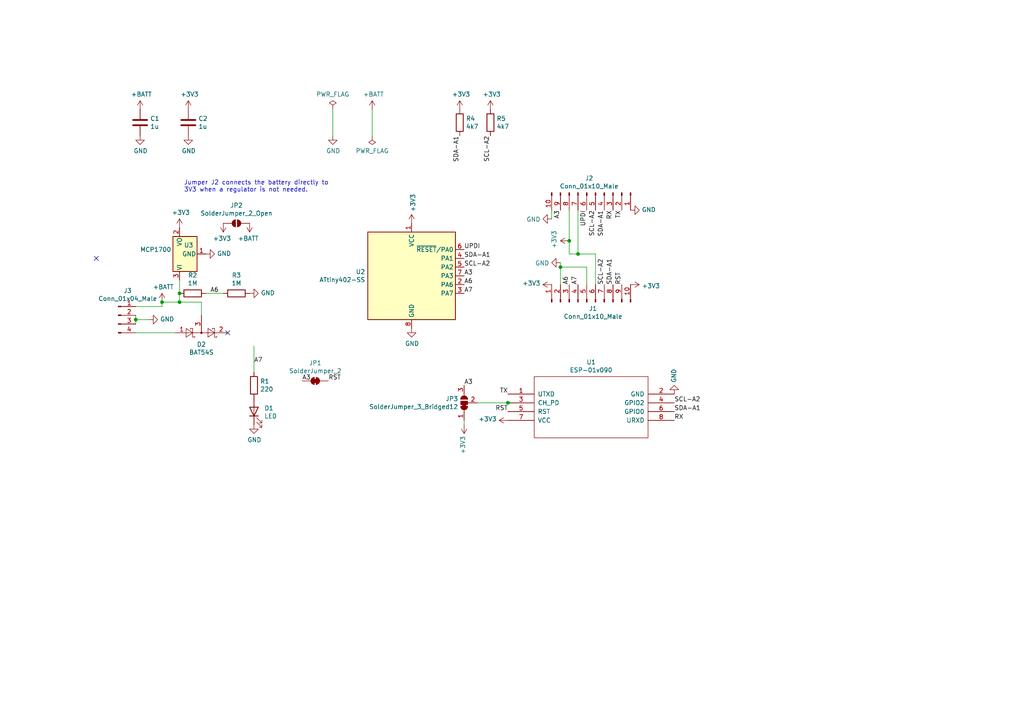
<source format=kicad_sch>
(kicad_sch (version 20250114) (generator "eeschema") (generator_version "9.0")
  (paper "A4")
  (title_block (title "ESP-01 ATtinyx02 board") (date "2021-07-13") (rev "1.0") (company "http://www.v7f.eu"))
  (lib_symbols
    (symbol "Device:C" (pin_numbers (hide yes)) (pin_names (offset 0.254))
      (property "Reference" "C" (at 0.635 2.54 0))
      (property "Value" "C" (at 0.635 -2.54 0))
      (symbol "C_0_1"
        (polyline (pts (xy -2.032 0.762) (xy 2.032 0.762)) (stroke (width 0.508)))
        (polyline (pts (xy -2.032 -0.762) (xy 2.032 -0.762)) (stroke (width 0.508)))
      )
      (symbol "C_1_1"
        (pin passive line (at 0 3.81 270) (length 2.794) (name "~") (number "1"))
        (pin passive line (at 0 -3.81 90) (length 2.794) (name "~") (number "2"))
      )
    )
    (symbol "Device:LED" (pin_numbers (hide yes)) (pin_names (offset 1.016) (hide yes))
      (property "Reference" "D" (at 0 2.54 0))
      (property "Value" "LED" (at 0 -2.54 0))
      (symbol "LED_0_1"
        (polyline (pts (xy -3.048 -0.762) (xy -4.572 -2.286) (xy -3.81 -2.286) (xy -4.572 -2.286) (xy -4.572 -1.524)))
        (polyline (pts (xy -1.778 -0.762) (xy -3.302 -2.286) (xy -2.54 -2.286) (xy -3.302 -2.286) (xy -3.302 -1.524)))
        (polyline (pts (xy -1.27 0) (xy 1.27 0)))
        (polyline (pts (xy -1.27 -1.27) (xy -1.27 1.27)) (stroke (width 0.254)))
        (polyline (pts (xy 1.27 -1.27) (xy 1.27 1.27) (xy -1.27 0) (xy 1.27 -1.27)) (stroke (width 0.254)))
      )
      (symbol "LED_1_1"
        (pin passive line (at -3.81 0 0) (length 2.54) (name "K") (number "1"))
        (pin passive line (at 3.81 0 180) (length 2.54) (name "A") (number "2"))
      )
    )
    (symbol "Device:R" (pin_numbers (hide yes)) (pin_names (offset 0))
      (property "Reference" "R" (at 2.032 0 90))
      (property "Value" "R" (at 0 0 90))
      (symbol "R_0_1"
        (rectangle (start -1.016 -2.54) (end 1.016 2.54) (stroke (width 0.254)))
      )
      (symbol "R_1_1"
        (pin passive line (at 0 3.81 270) (length 1.27) (name "~") (number "1"))
        (pin passive line (at 0 -3.81 90) (length 1.27) (name "~") (number "2"))
      )
    )
    (symbol "ESP8266:ESP-01v090" (pin_names (offset 1.016))
      (property "Reference" "U" (at 0 -2.54 0))
      (property "Value" "ESP-01v090" (at 0 2.54 0))
      (symbol "ESP-01v090_1_0"
        (rectangle (start -16.51 -8.89) (end 16.51 8.89))
      )
      (symbol "ESP-01v090_1_1"
        (pin output line (at -24.13 3.81 0) (length 7.62) (name "UTXD") (number "1"))
        (pin input line (at -24.13 1.27 0) (length 7.62) (name "CH_PD") (number "3"))
        (pin input line (at -24.13 -1.27 0) (length 7.62) (name "RST") (number "5"))
        (pin power_in line (at -24.13 -3.81 0) (length 7.62) (name "VCC") (number "7"))
        (pin power_in line (at 24.13 3.81 180) (length 7.62) (name "GND") (number "2"))
        (pin tri_state line (at 24.13 1.27 180) (length 7.62) (name "GPIO2") (number "4"))
        (pin tri_state line (at 24.13 -1.27 180) (length 7.62) (name "GPIO0") (number "6"))
        (pin input line (at 24.13 -3.81 180) (length 7.62) (name "URXD") (number "8"))
      )
    )
    (symbol "ESPTiny402-rescue:+3V3-power" (power) (pin_names (offset 0))
      (property "Value" "power_+3V3" (at 0 3.556 0))
      (symbol "+3V3-power_0_1"
        (polyline (pts (xy -0.762 1.27) (xy 0 2.54)))
        (polyline (pts (xy 0 2.54) (xy 0.762 1.27)))
        (polyline (pts (xy 0 0) (xy 0 2.54)))
      )
      (symbol "+3V3-power_1_1"
        (pin power_in line (at 0 0 90) (length 0) (hide yes) (name "+3V3") (number "1"))
      )
    )
    (symbol "ESPTiny402-rescue:+BATT-power" (power) (pin_names (offset 0))
      (property "Value" "power_+BATT" (at 0 3.556 0))
      (symbol "+BATT-power_0_1"
        (polyline (pts (xy -0.762 1.27) (xy 0 2.54)))
        (polyline (pts (xy 0 2.54) (xy 0.762 1.27)))
        (polyline (pts (xy 0 0) (xy 0 2.54)))
      )
      (symbol "+BATT-power_1_1"
        (pin power_in line (at 0 0 90) (length 0) (hide yes) (name "+BATT") (number "1"))
      )
    )
    (symbol "ESPTiny402-rescue:BAT54S-Diode" (pin_names (offset 1.016))
      (property "Reference" "D" (at 0.635 -3.81 0))
      (property "Value" "Diode_BAT54S" (at -6.35 3.175 0))
      (symbol "BAT54S-Diode_0_1"
        (polyline (pts (xy -4.445 1.27) (xy -4.445 -1.27) (xy -2.54 0) (xy -4.445 1.27)))
        (polyline (pts (xy -3.81 0) (xy -1.27 0)))
        (polyline (pts (xy -3.175 -1.27) (xy -3.175 -1.016)))
        (polyline (pts (xy -2.54 1.27) (xy -1.905 1.27)))
        (polyline (pts (xy -2.54 -1.27) (xy -3.175 -1.27)))
        (polyline (pts (xy -2.54 -1.27) (xy -2.54 1.27)))
        (polyline (pts (xy -1.905 1.27) (xy -1.905 1.016)))
        (polyline (pts (xy -1.905 0) (xy 1.905 0)))
        (circle (center 0 0) (radius 0.254) (fill (type outline)))
        (polyline (pts (xy 1.27 0) (xy 3.81 0)))
        (polyline (pts (xy 1.905 1.27) (xy 1.905 -1.27) (xy 3.81 0) (xy 1.905 1.27)))
        (polyline (pts (xy 3.175 -1.27) (xy 3.175 -1.016)))
        (polyline (pts (xy 3.81 1.27) (xy 4.445 1.27)))
        (polyline (pts (xy 3.81 -1.27) (xy 3.175 -1.27)))
        (polyline (pts (xy 3.81 -1.27) (xy 3.81 1.27)))
        (polyline (pts (xy 4.445 1.27) (xy 4.445 1.016)))
      )
      (symbol "BAT54S-Diode_1_1"
        (pin passive line (at -7.62 0 0) (length 3.81) (name "~") (number "1"))
        (pin passive line (at 0 -5.08 90) (length 5.08) (name "~") (number "3"))
        (pin passive line (at 7.62 0 180) (length 3.81) (name "~") (number "2"))
      )
    )
    (symbol "ESPTiny402-rescue:Conn_01x04_Male-Connector" (pin_names (offset 1.016) (hide yes))
      (property "Reference" "J" (at 0 5.08 0))
      (property "Value" "Connector_Conn_01x04_Male" (at 0 -7.62 0))
      (symbol "Conn_01x04_Male-Connector_1_1"
        (rectangle (start 0.8636 2.667) (end 0 2.413) (stroke (width 0.1524)) (fill (type outline)))
        (rectangle (start 0.8636 0.127) (end 0 -0.127) (stroke (width 0.1524)) (fill (type outline)))
        (rectangle (start 0.8636 -2.413) (end 0 -2.667) (stroke (width 0.1524)) (fill (type outline)))
        (rectangle (start 0.8636 -4.953) (end 0 -5.207) (stroke (width 0.1524)) (fill (type outline)))
        (polyline (pts (xy 1.27 2.54) (xy 0.8636 2.54)) (stroke (width 0.1524)))
        (polyline (pts (xy 1.27 0) (xy 0.8636 0)) (stroke (width 0.1524)))
        (polyline (pts (xy 1.27 -2.54) (xy 0.8636 -2.54)) (stroke (width 0.1524)))
        (polyline (pts (xy 1.27 -5.08) (xy 0.8636 -5.08)) (stroke (width 0.1524)))
        (pin passive line (at 5.08 2.54 180) (length 3.81) (name "Pin_1") (number "1"))
        (pin passive line (at 5.08 0 180) (length 3.81) (name "Pin_2") (number "2"))
        (pin passive line (at 5.08 -2.54 180) (length 3.81) (name "Pin_3") (number "3"))
        (pin passive line (at 5.08 -5.08 180) (length 3.81) (name "Pin_4") (number "4"))
      )
    )
    (symbol "ESPTiny402-rescue:Conn_01x10_Male-Connector" (pin_names (offset 1.016) (hide yes))
      (property "Reference" "J" (at 0 12.7 0))
      (property "Value" "Connector_Conn_01x10_Male" (at 0 -15.24 0))
      (symbol "Conn_01x10_Male-Connector_1_1"
        (rectangle (start 0.8636 10.287) (end 0 10.033) (stroke (width 0.1524)) (fill (type outline)))
        (rectangle (start 0.8636 7.747) (end 0 7.493) (stroke (width 0.1524)) (fill (type outline)))
        (rectangle (start 0.8636 5.207) (end 0 4.953) (stroke (width 0.1524)) (fill (type outline)))
        (rectangle (start 0.8636 2.667) (end 0 2.413) (stroke (width 0.1524)) (fill (type outline)))
        (rectangle (start 0.8636 0.127) (end 0 -0.127) (stroke (width 0.1524)) (fill (type outline)))
        (rectangle (start 0.8636 -2.413) (end 0 -2.667) (stroke (width 0.1524)) (fill (type outline)))
        (rectangle (start 0.8636 -4.953) (end 0 -5.207) (stroke (width 0.1524)) (fill (type outline)))
        (rectangle (start 0.8636 -7.493) (end 0 -7.747) (stroke (width 0.1524)) (fill (type outline)))
        (rectangle (start 0.8636 -10.033) (end 0 -10.287) (stroke (width 0.1524)) (fill (type outline)))
        (rectangle (start 0.8636 -12.573) (end 0 -12.827) (stroke (width 0.1524)) (fill (type outline)))
        (polyline (pts (xy 1.27 10.16) (xy 0.8636 10.16)) (stroke (width 0.1524)))
        (polyline (pts (xy 1.27 7.62) (xy 0.8636 7.62)) (stroke (width 0.1524)))
        (polyline (pts (xy 1.27 5.08) (xy 0.8636 5.08)) (stroke (width 0.1524)))
        (polyline (pts (xy 1.27 2.54) (xy 0.8636 2.54)) (stroke (width 0.1524)))
        (polyline (pts (xy 1.27 0) (xy 0.8636 0)) (stroke (width 0.1524)))
        (polyline (pts (xy 1.27 -2.54) (xy 0.8636 -2.54)) (stroke (width 0.1524)))
        (polyline (pts (xy 1.27 -5.08) (xy 0.8636 -5.08)) (stroke (width 0.1524)))
        (polyline (pts (xy 1.27 -7.62) (xy 0.8636 -7.62)) (stroke (width 0.1524)))
        (polyline (pts (xy 1.27 -10.16) (xy 0.8636 -10.16)) (stroke (width 0.1524)))
        (polyline (pts (xy 1.27 -12.7) (xy 0.8636 -12.7)) (stroke (width 0.1524)))
        (pin passive line (at 5.08 10.16 180) (length 3.81) (name "Pin_1") (number "1"))
        (pin passive line (at 5.08 7.62 180) (length 3.81) (name "Pin_2") (number "2"))
        (pin passive line (at 5.08 5.08 180) (length 3.81) (name "Pin_3") (number "3"))
        (pin passive line (at 5.08 2.54 180) (length 3.81) (name "Pin_4") (number "4"))
        (pin passive line (at 5.08 0 180) (length 3.81) (name "Pin_5") (number "5"))
        (pin passive line (at 5.08 -2.54 180) (length 3.81) (name "Pin_6") (number "6"))
        (pin passive line (at 5.08 -5.08 180) (length 3.81) (name "Pin_7") (number "7"))
        (pin passive line (at 5.08 -7.62 180) (length 3.81) (name "Pin_8") (number "8"))
        (pin passive line (at 5.08 -10.16 180) (length 3.81) (name "Pin_9") (number "9"))
        (pin passive line (at 5.08 -12.7 180) (length 3.81) (name "Pin_10") (number "10"))
      )
    )
    (symbol "ESPTiny402-rescue:GND-power" (power) (pin_names (offset 0))
      (property "Value" "power_GND" (at 0 -3.81 0))
      (symbol "GND-power_0_1"
        (polyline (pts (xy 0 0) (xy 0 -1.27) (xy 1.27 -1.27) (xy 0 -2.54) (xy -1.27 -1.27) (xy 0 -1.27)))
      )
      (symbol "GND-power_1_1"
        (pin power_in line (at 0 0 270) (length 0) (hide yes) (name "GND") (number "1"))
      )
    )
    (symbol "ESPTiny402-rescue:MCP1700-1202E_SOT23-Regulator_Linear" (pin_names (offset 0.254))
      (property "Reference" "U" (at -3.81 3.175 0))
      (property "Value" "Regulator_Linear_MCP1700-1202E_SOT23" (at 0 3.175 0))
      (symbol "MCP1700-1202E_SOT23-Regulator_Linear_0_1"
        (rectangle (start -5.08 1.905) (end 5.08 -5.08) (stroke (width 0.254)) (fill (type background)))
      )
      (symbol "MCP1700-1202E_SOT23-Regulator_Linear_1_1"
        (pin power_in line (at -7.62 0 0) (length 2.54) (name "VI") (number "3"))
        (pin power_in line (at 0 -7.62 90) (length 2.54) (name "GND") (number "1"))
        (pin power_out line (at 7.62 0 180) (length 2.54) (name "VO") (number "2"))
      )
    )
    (symbol "ESPTiny402-rescue:PWR_FLAG-power" (power) (pin_numbers (hide yes)) (pin_names (offset 0) (hide yes))
      (property "Value" "power_PWR_FLAG" (at 0 3.81 0))
      (symbol "PWR_FLAG-power_0_0"
        (pin power_out line (at 0 0 90) (length 0) (name "pwr") (number "1"))
      )
      (symbol "PWR_FLAG-power_0_1"
        (polyline (pts (xy 0 0) (xy 0 1.27) (xy -1.016 1.905) (xy 0 2.54) (xy 1.016 1.905) (xy 0 1.27)))
      )
    )
    (symbol "Jumper:SolderJumper_2_Bridged" (pin_numbers (hide yes)) (pin_names (offset 0) (hide yes)) (exclude_from_sim yes) (in_bom no)
      (property "Reference" "JP" (at 0 2.032 0))
      (property "Value" "SolderJumper_2_Bridged" (at 0 -2.54 0))
      (symbol "SolderJumper_2_Bridged_0_1"
        (rectangle (start -0.508 0.508) (end 0.508 -0.508) (fill (type outline)))
        (polyline (pts (xy -0.254 1.016) (xy -0.254 -1.016)))
        (arc (start -0.254 -1.016) (mid -1.2656 0) (end -0.254 1.016))
        (arc (start -0.254 -1.016) (mid -1.2656 0) (end -0.254 1.016) (fill (type outline)))
        (arc (start 0.254 1.016) (mid 1.2656 0) (end 0.254 -1.016))
        (arc (start 0.254 1.016) (mid 1.2656 0) (end 0.254 -1.016) (fill (type outline)))
        (polyline (pts (xy 0.254 1.016) (xy 0.254 -1.016)))
      )
      (symbol "SolderJumper_2_Bridged_1_1"
        (pin passive line (at -3.81 0 0) (length 2.54) (name "A") (number "1"))
        (pin passive line (at 3.81 0 180) (length 2.54) (name "B") (number "2"))
      )
    )
    (symbol "Jumper:SolderJumper_2_Open" (pin_numbers (hide yes)) (pin_names (offset 0) (hide yes)) (exclude_from_sim yes) (in_bom no)
      (property "Reference" "JP" (at 0 2.032 0))
      (property "Value" "SolderJumper_2_Open" (at 0 -2.54 0))
      (symbol "SolderJumper_2_Open_0_1"
        (polyline (pts (xy -0.254 1.016) (xy -0.254 -1.016)))
        (arc (start -0.254 -1.016) (mid -1.2656 0) (end -0.254 1.016))
        (arc (start -0.254 -1.016) (mid -1.2656 0) (end -0.254 1.016) (fill (type outline)))
        (arc (start 0.254 1.016) (mid 1.2656 0) (end 0.254 -1.016))
        (arc (start 0.254 1.016) (mid 1.2656 0) (end 0.254 -1.016) (fill (type outline)))
        (polyline (pts (xy 0.254 1.016) (xy 0.254 -1.016)))
      )
      (symbol "SolderJumper_2_Open_1_1"
        (pin passive line (at -3.81 0 0) (length 2.54) (name "A") (number "1"))
        (pin passive line (at 3.81 0 180) (length 2.54) (name "B") (number "2"))
      )
    )
    (symbol "MCU_Microchip_ATtiny:ATtiny402-SS"
      (property "Reference" "U" (at -12.7 13.97 0))
      (property "Value" "ATtiny402-SS" (at 2.54 -13.97 0))
      (symbol "ATtiny402-SS_0_1"
        (rectangle (start -12.7 -12.7) (end 12.7 12.7) (stroke (width 0.254)) (fill (type background)))
      )
      (symbol "ATtiny402-SS_1_1"
        (pin power_in line (at 0 15.24 270) (length 2.54) (name "VCC") (number "1"))
        (pin power_in line (at 0 -15.24 90) (length 2.54) (name "GND") (number "8"))
        (pin bidirectional line (at 15.24 7.62 180) (length 2.54) (name "~{RESET}/PA0") (number "6"))
        (pin bidirectional line (at 15.24 5.08 180) (length 2.54) (name "PA1") (number "4"))
        (pin bidirectional line (at 15.24 2.54 180) (length 2.54) (name "PA2") (number "5"))
        (pin bidirectional line (at 15.24 0 180) (length 2.54) (name "PA3") (number "7"))
        (pin bidirectional line (at 15.24 -2.54 180) (length 2.54) (name "PA6") (number "2"))
        (pin bidirectional line (at 15.24 -5.08 180) (length 2.54) (name "PA7") (number "3"))
      )
    )
    (symbol "MyJumper:SolderJumper_3_Bridged12" (pin_names (offset 0) (hide yes))
      (property "Reference" "JP" (at -2.54 -2.54 0))
      (property "Value" "SolderJumper_3_Bridged12" (at 0 2.794 0))
      (symbol "SolderJumper_3_Bridged12_0_1"
        (polyline (pts (xy -2.54 0) (xy -2.032 0)))
        (polyline (pts (xy -1.016 1.016) (xy -1.016 -1.016)))
        (rectangle (start -1.016 0.508) (end -0.508 -0.508) (fill (type outline)))
        (arc (start -1.016 -1.016) (mid -2.032 0) (end -1.016 1.016))
        (arc (start -1.016 -1.016) (mid -2.032 0) (end -1.016 1.016) (fill (type outline)))
        (rectangle (start -0.508 1.016) (end 0.508 -1.016) (fill (type outline)))
        (polyline (pts (xy 0 -1.27) (xy 0 -1.016)))
        (polyline (pts (xy 1.016 1.016) (xy 1.016 -1.016)))
        (arc (start 1.016 1.016) (mid 2.032 0) (end 1.016 -1.016))
        (arc (start 1.016 1.016) (mid 2.032 0) (end 1.016 -1.016) (fill (type outline)))
        (polyline (pts (xy 2.54 0) (xy 2.032 0)))
      )
      (symbol "SolderJumper_3_Bridged12_1_1"
        (pin passive line (at -5.08 0 0) (length 2.54) (name "A") (number "1"))
        (pin passive line (at 0 -3.81 90) (length 2.54) (name "C") (number "2"))
        (pin passive line (at 5.08 0 180) (length 2.54) (name "B") (number "3"))
      )
    )
  )
  (text "Jumper J2 connects the battery directly to\n3V3 when a regulator is not needed." (at 53.34 55.88 0) (effects (font (size 1.27 1.27)) (justify left bottom)))
  (junction (at 147.32 116.84))
  (junction (at 52.07 85.09))
  (junction (at 46.99 87.63))
  (junction (at 167.64 73.66))
  (junction (at 162.56 77.47))
  (junction (at 39.37 92.71))
  (junction (at 52.07 87.63))
  (junction (at 165.1 69.85))
  (no_connect (at 27.94 74.93))
  (no_connect (at 66.04 96.52))
  (wire (pts (xy 165.1 69.85) (xy 165.1 73.66)))
  (wire (pts (xy 59.69 85.09) (xy 64.77 85.09)))
  (wire (pts (xy 134.62 123.19) (xy 134.62 121.92)))
  (wire (pts (xy 46.99 87.63) (xy 46.99 88.9)))
  (wire (pts (xy 162.56 77.47) (xy 162.56 82.55)))
  (wire (pts (xy 39.37 92.71) (xy 43.18 92.71)))
  (wire (pts (xy 39.37 92.71) (xy 39.37 93.98)))
  (wire (pts (xy 73.66 100.33) (xy 73.66 107.95)))
  (wire (pts (xy 162.56 77.47) (xy 170.18 77.47)))
  (wire (pts (xy 172.72 73.66) (xy 172.72 82.55)))
  (wire (pts (xy 167.64 73.66) (xy 172.72 73.66)))
  (wire (pts (xy 149.86 116.84) (xy 147.32 116.84)))
  (wire (pts (xy 52.07 87.63) (xy 46.99 87.63)))
  (wire (pts (xy 167.64 60.96) (xy 167.64 73.66)))
  (wire (pts (xy 160.02 60.96) (xy 160.02 63.5)))
  (wire (pts (xy 52.07 81.28) (xy 52.07 85.09)))
  (wire (pts (xy 39.37 96.52) (xy 50.8 96.52)))
  (wire (pts (xy 162.56 76.2) (xy 162.56 77.47)))
  (wire (pts (xy 58.42 87.63) (xy 58.42 91.44)))
  (wire (pts (xy 39.37 91.44) (xy 39.37 92.71)))
  (wire (pts (xy 52.07 85.09) (xy 52.07 87.63)))
  (wire (pts (xy 107.95 31.75) (xy 107.95 39.37)))
  (wire (pts (xy 165.1 73.66) (xy 167.64 73.66)))
  (wire (pts (xy 96.52 31.75) (xy 96.52 39.37)))
  (wire (pts (xy 52.07 87.63) (xy 58.42 87.63)))
  (wire (pts (xy 165.1 60.96) (xy 165.1 69.85)))
  (wire (pts (xy 46.99 88.9) (xy 39.37 88.9)))
  (wire (pts (xy 147.32 116.84) (xy 138.43 116.84)))
  (wire (pts (xy 170.18 77.47) (xy 170.18 82.55)))
  (label "SCL-A2" (at 134.62 77.47 0))
  (label "A6" (at 60.96 85.09 0))
  (label "A6" (at 165.1 82.55 90))
  (label "A3" (at 162.56 60.96 270))
  (label "RST" (at 180.34 82.55 90))
  (label "SCL-A2" (at 142.24 39.37 270))
  (label "RST" (at 147.32 119.38 180))
  (label "SDA-A1" (at 177.8 82.55 90))
  (label "SDA-A1" (at 134.62 74.93 0))
  (label "RX" (at 177.8 60.96 270))
  (label "TX" (at 180.34 60.96 270))
  (label "TX" (at 147.32 114.3 180))
  (label "RST" (at 95.25 110.49 0))
  (label "A3" (at 134.62 80.01 0))
  (label "UPDI" (at 134.62 72.39 0))
  (label "A7" (at 134.62 85.09 0))
  (label "SCL-A2" (at 175.26 82.55 90))
  (label "SDA-A1" (at 175.26 60.96 270))
  (label "SDA-A1" (at 195.58 119.38 0))
  (label "SDA-A1" (at 133.35 39.37 270))
  (label "RX" (at 195.58 121.92 0))
  (label "A3" (at 87.63 110.49 0))
  (label "A7" (at 167.64 82.55 90))
  (label "SCL-A2" (at 195.58 116.84 0))
  (label "A7" (at 73.66 105.41 0))
  (label "A3" (at 134.62 111.76 0))
  (label "SCL-A2" (at 172.72 60.96 270))
  (label "UPDI" (at 170.18 60.96 270))
  (label "A6" (at 134.62 82.55 0))
  (symbol (lib_id "ESP8266:ESP-01v090") (at 171.45 118.11 0) (unit 1)
    (property "Reference" "U1" (at 171.45 105.029 0))
    (property "Value" "ESP-01v090" (at 171.45 107.3404 0))
    (property "Footprint" "ESP8266:ESP-01" (effects (hide yes)))
    (property "Datasheet" "http://l0l.org.uk/2014/12/esp8266-modules-hardware-guide-gotta-catch-em-all/" (effects (hide yes)))
  )
  (symbol (lib_id "ESPTiny402-rescue:GND-power") (at 195.58 114.3 180) (unit 1)
    (property "Reference" "#PWR02" (effects (hide yes)))
    (property "Value" "GND" (at 195.453 111.0488 90) (effects (justify right)))
  )
  (symbol (lib_id "ESPTiny402-rescue:Conn_01x10_Male-Connector") (at 170.18 87.63 90) (unit 1)
    (property "Reference" "J1" (at 172.0088 89.4842 90))
    (property "Value" "Conn_01x10_Male" (at 172.0088 91.7956 90))
    (property "Footprint" "Connector_PinHeader_2.54mm:PinHeader_1x10_P2.54mm_Vertical" (effects (hide yes)))
  )
  (symbol (lib_id "Device:C") (at 54.61 35.56 0) (unit 1)
    (property "Reference" "C2" (at 57.531 34.3916 0) (effects (justify left)))
    (property "Value" "1u" (at 57.531 36.703 0) (effects (justify left)))
    (property "Footprint" "Capacitor_SMD:C_1206_3216Metric" (effects (hide yes)))
  )
  (symbol (lib_id "Device:LED") (at 73.66 119.38 90) (unit 1)
    (property "Reference" "D1" (at 76.6572 118.3894 90) (effects (justify right)))
    (property "Value" "LED" (at 76.6572 120.7008 90) (effects (justify right)))
    (property "Footprint" "LED_SMD:LED_1206_3216Metric" (effects (hide yes)))
  )
  (symbol (lib_id "Device:R") (at 73.66 111.76 0) (unit 1)
    (property "Reference" "R1" (at 75.438 110.5916 0) (effects (justify left)))
    (property "Value" "220" (at 75.438 112.903 0) (effects (justify left)))
    (property "Footprint" "Resistor_SMD:R_1206_3216Metric" (effects (hide yes)))
  )
  (symbol (lib_id "ESPTiny402-rescue:Conn_01x10_Male-Connector") (at 172.72 55.88 270) (unit 1)
    (property "Reference" "J2" (at 170.8912 51.689 90))
    (property "Value" "Conn_01x10_Male" (at 170.8912 54.0004 90))
    (property "Footprint" "Connector_PinHeader_2.54mm:PinHeader_1x10_P2.54mm_Vertical" (effects (hide yes)))
  )
  (symbol (lib_id "ESPTiny402-rescue:MCP1700-1202E_SOT23-Regulator_Linear") (at 52.07 73.66 90) (unit 1)
    (property "Reference" "U3" (at 53.34 71.12 90) (effects (justify right)))
    (property "Value" "MCP1700" (at 40.64 72.39 90) (effects (justify right)))
    (property "Footprint" "Package_TO_SOT_SMD:SOT-23" (effects (hide yes)))
    (property "Datasheet" "http://ww1.microchip.com/downloads/en/DeviceDoc/20001826D.pdf" (effects (hide yes)))
  )
  (symbol (lib_id "Device:C") (at 40.64 35.56 0) (unit 1)
    (property "Reference" "C1" (at 43.561 34.3916 0) (effects (justify left)))
    (property "Value" "1u" (at 43.561 36.703 0) (effects (justify left)))
    (property "Footprint" "Capacitor_SMD:C_1206_3216Metric" (effects (hide yes)))
  )
  (symbol (lib_id "ESPTiny402-rescue:Conn_01x04_Male-Connector") (at 34.29 91.44 0) (unit 1)
    (property "Reference" "J3" (at 37.0332 84.3026 0))
    (property "Value" "Conn_01x04_Male" (at 37.0332 86.614 0))
    (property "Footprint" "Connector_PinHeader_2.54mm:PinHeader_1x04_P2.54mm_Vertical" (effects (hide yes)))
  )
  (symbol (lib_id "ESPTiny402-rescue:GND-power") (at 43.18 92.71 90) (unit 1)
    (property "Reference" "#PWR0101" (effects (hide yes)))
    (property "Value" "GND" (at 46.4312 92.583 90) (effects (justify right)))
  )
  (symbol (lib_id "ESPTiny402-rescue:+BATT-power") (at 46.99 87.63 0) (unit 1)
    (property "Reference" "#PWR0102" (effects (hide yes)))
    (property "Value" "+BATT" (at 47.371 83.2358 0))
  )
  (symbol (lib_id "ESPTiny402-rescue:GND-power") (at 59.69 73.66 90) (unit 1)
    (property "Reference" "#PWR0103" (effects (hide yes)))
    (property "Value" "GND" (at 62.9412 73.533 90) (effects (justify right)))
  )
  (symbol (lib_id "ESPTiny402-rescue:+3V3-power") (at 52.07 66.04 0) (unit 1)
    (property "Reference" "#PWR0104" (effects (hide yes)))
    (property "Value" "+3V3" (at 52.451 61.6458 0))
  )
  (symbol (lib_id "ESPTiny402-rescue:+3V3-power") (at 54.61 31.75 0) (unit 1)
    (property "Reference" "#PWR0106" (effects (hide yes)))
    (property "Value" "+3V3" (at 54.991 27.3558 0))
  )
  (symbol (lib_id "ESPTiny402-rescue:GND-power") (at 54.61 39.37 0) (unit 1)
    (property "Reference" "#PWR0107" (effects (hide yes)))
    (property "Value" "GND" (at 54.737 43.7642 0))
  )
  (symbol (lib_id "ESPTiny402-rescue:GND-power") (at 40.64 39.37 0) (unit 1)
    (property "Reference" "#PWR0109" (effects (hide yes)))
    (property "Value" "GND" (at 40.767 43.7642 0))
  )
  (symbol (lib_id "ESPTiny402-rescue:+BATT-power") (at 40.64 31.75 0) (unit 1)
    (property "Reference" "#PWR0110" (effects (hide yes)))
    (property "Value" "+BATT" (at 41.021 27.3558 0))
  )
  (symbol (lib_id "ESPTiny402-rescue:GND-power") (at 73.66 123.19 0) (unit 1)
    (property "Reference" "#PWR0111" (effects (hide yes)))
    (property "Value" "GND" (at 73.787 127.5842 0))
  )
  (symbol (lib_id "ESPTiny402-rescue:GND-power") (at 96.52 39.37 0) (unit 1)
    (property "Reference" "#PWR0112" (effects (hide yes)))
    (property "Value" "GND" (at 96.647 43.7642 0))
  )
  (symbol (lib_id "ESPTiny402-rescue:PWR_FLAG-power") (at 96.52 31.75 0) (unit 1)
    (property "Reference" "#FLG0101" (effects (hide yes)))
    (property "Value" "PWR_FLAG" (at 96.52 27.3558 0))
  )
  (symbol (lib_id "ESPTiny402-rescue:+3V3-power") (at 147.32 121.92 90) (unit 1)
    (property "Reference" "#PWR0116" (effects (hide yes)))
    (property "Value" "+3V3" (at 144.0688 121.539 90) (effects (justify left)))
  )
  (symbol (lib_id "ESPTiny402-rescue:+3V3-power") (at 182.88 82.55 270) (unit 1)
    (property "Reference" "#PWR0118" (effects (hide yes)))
    (property "Value" "+3V3" (at 186.1312 82.931 90) (effects (justify left)))
  )
  (symbol (lib_id "ESPTiny402-rescue:GND-power") (at 182.88 60.96 90) (unit 1)
    (property "Reference" "#PWR0119" (effects (hide yes)))
    (property "Value" "GND" (at 186.1312 60.833 90) (effects (justify right)))
  )
  (symbol (lib_id "ESPTiny402-rescue:GND-power") (at 160.02 63.5 270) (unit 1)
    (property "Reference" "#PWR0120" (effects (hide yes)))
    (property "Value" "GND" (at 156.7688 63.627 90) (effects (justify right)))
  )
  (symbol (lib_id "ESPTiny402-rescue:+3V3-power") (at 160.02 82.55 90) (unit 1)
    (property "Reference" "#PWR0121" (effects (hide yes)))
    (property "Value" "+3V3" (at 156.7688 82.169 90) (effects (justify left)))
  )
  (symbol (lib_id "ESPTiny402-rescue:GND-power") (at 162.56 76.2 270) (unit 1)
    (property "Reference" "#PWR0122" (effects (hide yes)))
    (property "Value" "GND" (at 159.3088 76.327 90) (effects (justify right)))
  )
  (symbol (lib_id "ESPTiny402-rescue:PWR_FLAG-power") (at 107.95 39.37 180) (unit 1)
    (property "Reference" "#FLG0103" (effects (hide yes)))
    (property "Value" "PWR_FLAG" (at 107.95 43.7642 0))
  )
  (symbol (lib_id "ESPTiny402-rescue:+BATT-power") (at 107.95 31.75 0) (unit 1)
    (property "Reference" "#PWR0123" (effects (hide yes)))
    (property "Value" "+BATT" (at 108.331 27.3558 0))
  )
  (symbol (lib_id "ESPTiny402-rescue:+3V3-power") (at 133.35 31.75 0) (unit 1)
    (property "Reference" "#PWR03" (effects (hide yes)))
    (property "Value" "+3V3" (at 133.731 27.3558 0))
  )
  (symbol (lib_id "Device:R") (at 133.35 35.56 0) (unit 1)
    (property "Reference" "R4" (at 135.128 34.3916 0) (effects (justify left)))
    (property "Value" "4k7" (at 135.128 36.703 0) (effects (justify left)))
    (property "Footprint" "Resistor_SMD:R_1206_3216Metric" (effects (hide yes)))
  )
  (symbol (lib_id "ESPTiny402-rescue:+3V3-power") (at 142.24 31.75 0) (unit 1)
    (property "Reference" "#PWR04" (effects (hide yes)))
    (property "Value" "+3V3" (at 142.621 27.3558 0))
  )
  (symbol (lib_id "Device:R") (at 142.24 35.56 0) (unit 1)
    (property "Reference" "R5" (at 144.018 34.3916 0) (effects (justify left)))
    (property "Value" "4k7" (at 144.018 36.703 0) (effects (justify left)))
    (property "Footprint" "Resistor_SMD:R_1206_3216Metric" (effects (hide yes)))
  )
  (symbol (lib_id "Jumper:SolderJumper_2_Bridged") (at 91.44 110.49 0) (unit 1)
    (property "Reference" "JP1" (at 91.44 105.283 0))
    (property "Value" "SolderJumper_2" (at 91.44 107.5944 0))
    (property "Footprint" "Jumper:SolderJumper-2_P1.3mm_Bridged_RoundedPad1.0x1.5mm" (effects (hide yes)))
  )
  (symbol (lib_id "Jumper:SolderJumper_2_Open") (at 68.58 64.77 0) (unit 1)
    (property "Reference" "JP2" (at 68.58 59.563 0))
    (property "Value" "SolderJumper_2_Open" (at 68.58 61.8744 0))
    (property "Footprint" "Jumper:SolderJumper-2_P1.3mm_Open_Pad1.0x1.5mm" (effects (hide yes)))
  )
  (symbol (lib_id "ESPTiny402-rescue:+BATT-power") (at 72.39 64.77 180) (unit 1)
    (property "Reference" "#PWR07" (effects (hide yes)))
    (property "Value" "+BATT" (at 72.009 69.1642 0))
  )
  (symbol (lib_id "ESPTiny402-rescue:+3V3-power") (at 64.77 64.77 180) (unit 1)
    (property "Reference" "#PWR06" (effects (hide yes)))
    (property "Value" "+3V3" (at 64.389 69.1642 0))
  )
  (symbol (lib_id "MyJumper:SolderJumper_3_Bridged12") (at 134.62 116.84 90) (unit 1)
    (property "Reference" "JP3" (at 132.8928 115.6716 90) (effects (justify left)))
    (property "Value" "SolderJumper_3_Bridged12" (at 132.8928 117.983 90) (effects (justify left)))
    (property "Footprint" "Jumper:SolderJumper-3_P1.3mm_Bridged12_RoundedPad1.0x1.5mm_NumberLabels" (effects (hide yes)))
  )
  (symbol (lib_id "Device:R") (at 55.88 85.09 270) (unit 1)
    (property "Reference" "R2" (at 55.88 79.8322 90))
    (property "Value" "1M" (at 55.88 82.1436 90))
    (property "Footprint" "Resistor_SMD:R_1206_3216Metric" (effects (hide yes)))
  )
  (symbol (lib_id "Device:R") (at 68.58 85.09 270) (unit 1)
    (property "Reference" "R3" (at 68.58 79.8322 90))
    (property "Value" "1M" (at 68.58 82.1436 90))
    (property "Footprint" "Resistor_SMD:R_1206_3216Metric" (effects (hide yes)))
  )
  (symbol (lib_id "ESPTiny402-rescue:GND-power") (at 72.39 85.09 90) (unit 1)
    (property "Reference" "#PWR01" (effects (hide yes)))
    (property "Value" "GND" (at 75.6412 84.963 90) (effects (justify right)))
  )
  (symbol (lib_id "ESPTiny402-rescue:+3V3-power") (at 119.38 64.77 0) (unit 1)
    (property "Reference" "#PWR0113" (effects (hide yes)))
    (property "Value" "+3V3" (at 119.761 61.5188 90) (effects (justify left)))
  )
  (symbol (lib_id "ESPTiny402-rescue:GND-power") (at 119.38 95.25 0) (unit 1)
    (property "Reference" "#PWR0114" (effects (hide yes)))
    (property "Value" "GND" (at 119.507 99.6442 0))
  )
  (symbol (lib_id "ESPTiny402-rescue:+3V3-power") (at 134.62 123.19 180) (unit 1)
    (property "Reference" "#PWR05" (effects (hide yes)))
    (property "Value" "+3V3" (at 134.239 126.4412 90) (effects (justify left)))
  )
  (symbol (lib_id "MCU_Microchip_ATtiny:ATtiny402-SS") (at 119.38 80.01 0) (unit 1)
    (property "Reference" "U2" (at 105.9434 78.8416 0) (effects (justify right)))
    (property "Value" "ATtiny402-SS" (at 105.9434 81.153 0) (effects (justify right)))
    (property "Footprint" "Package_SO:SOIC-8_3.9x4.9mm_P1.27mm" (effects (hide yes)))
    (property "Datasheet" "http://ww1.microchip.com/downloads/en/DeviceDoc/ATtiny202-402-AVR-MCU-with-Core-Independent-Peripherals_and-picoPower-40001969A.pdf" (effects (hide yes)))
  )
  (symbol (lib_id "ESPTiny402-rescue:BAT54S-Diode") (at 58.42 96.52 0) (mirror x) (unit 1)
    (property "Reference" "D2" (at 58.42 99.8982 0))
    (property "Value" "BAT54S" (at 58.42 102.2096 0))
    (property "Footprint" "Package_TO_SOT_SMD:SOT-23" (effects (hide yes)))
    (property "Datasheet" "https://www.diodes.com/assets/Datasheets/ds11005.pdf" (effects (hide yes)))
  )
  (symbol (lib_id "ESPTiny402-rescue:+3V3-power") (at 165.1 69.85 90) (unit 1)
    (property "Reference" "#PWR0105" (effects (hide yes)))
    (property "Value" "+3V3" (at 160.7058 69.469 0))
  )
)
</source>
